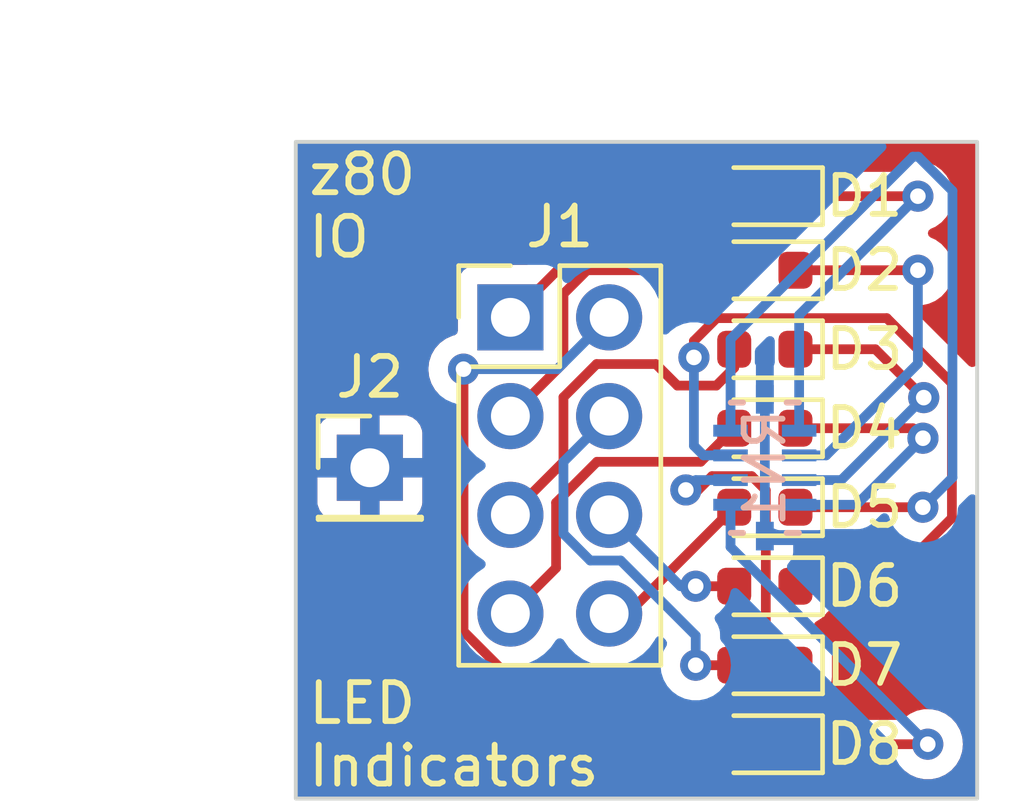
<source format=kicad_pcb>
(kicad_pcb (version 20221018) (generator pcbnew)
  (title_block (title "(z80 Computer IO) LED Indicator") (date "2024-01-02") (rev "1") (company "T. van de Weg"))
  (layers (0 "F.Cu" signal) (31 "B.Cu" signal) (34 "B.Paste" user) (35 "F.Paste" user) (36 "B.SilkS" user "B.Silkscreen") (37 "F.SilkS" user "F.Silkscreen") (38 "B.Mask" user) (39 "F.Mask" user) (44 "Edge.Cuts" user))
  (net 0 "")
  (net 1 "Net-(D1-K)")
  (net 2 "Net-(D1-A)")
  (net 3 "Net-(D2-K)")
  (net 4 "Net-(D2-A)")
  (net 5 "Net-(D3-K)")
  (net 6 "Net-(D3-A)")
  (net 7 "Net-(D4-K)")
  (net 8 "Net-(D4-A)")
  (net 9 "Net-(D5-K)")
  (net 10 "Net-(D5-A)")
  (net 11 "Net-(D6-K)")
  (net 12 "Net-(D6-A)")
  (net 13 "Net-(D7-K)")
  (net 14 "Net-(D7-A)")
  (net 15 "Net-(D8-K)")
  (net 16 "Net-(D8-A)")
  (net 17 "GND")
  (footprint "LED_SMD:LED_0603_1608Metric" (layer "F.Cu") (at 151.13 89.408 180)
    (fp_text reference "D6" (at -1.485 0) (layer "F.SilkS") (effects (justify left)))
    (fp_text value "LED")
    (fp_line (start -1.485 -0.735) (end -1.485 0.735) (stroke (width 0.12)) (layer "F.SilkS"))
    (fp_line (start -1.485 0.735) (end 0.8 0.735) (stroke (width 0.12)) (layer "F.SilkS"))
    (fp_line (start 0.8 -0.735) (end -1.485 -0.735) (stroke (width 0.12)) (layer "F.SilkS"))
    (pad "1" smd roundrect (at -0.7875 0 180) (size 0.875 0.95) (layers "F.Cu" "F.Paste" "F.Mask") (net 11 "Net-(D6-K)"))
    (pad "2" smd roundrect (at 0.7875 0 180) (size 0.875 0.95) (layers "F.Cu" "F.Paste" "F.Mask") (net 12 "Net-(D6-A)"))
  )
  (footprint "LED_SMD:LED_0603_1608Metric" (layer "F.Cu") (at 151.13 93.472 180)
    (fp_text reference "D8" (at -1.485 0) (layer "F.SilkS") (effects (justify left)))
    (fp_text value "LED")
    (fp_line (start -1.485 -0.735) (end -1.485 0.735) (stroke (width 0.12)) (layer "F.SilkS"))
    (fp_line (start -1.485 0.735) (end 0.8 0.735) (stroke (width 0.12)) (layer "F.SilkS"))
    (fp_line (start 0.8 -0.735) (end -1.485 -0.735) (stroke (width 0.12)) (layer "F.SilkS"))
    (pad "1" smd roundrect (at -0.7875 0 180) (size 0.875 0.95) (layers "F.Cu" "F.Paste" "F.Mask") (net 15 "Net-(D8-K)"))
    (pad "2" smd roundrect (at 0.7875 0 180) (size 0.875 0.95) (layers "F.Cu" "F.Paste" "F.Mask") (net 16 "Net-(D8-A)"))
  )
  (footprint "LED_SMD:LED_0603_1608Metric" (layer "F.Cu") (at 151.13 83.312 180)
    (fp_text reference "D3" (at -1.485 0) (layer "F.SilkS") (effects (justify left)))
    (fp_text value "LED")
    (fp_line (start -1.485 -0.735) (end -1.485 0.735) (stroke (width 0.12)) (layer "F.SilkS"))
    (fp_line (start -1.485 0.735) (end 0.8 0.735) (stroke (width 0.12)) (layer "F.SilkS"))
    (fp_line (start 0.8 -0.735) (end -1.485 -0.735) (stroke (width 0.12)) (layer "F.SilkS"))
    (pad "1" smd roundrect (at -0.7875 0 180) (size 0.875 0.95) (layers "F.Cu" "F.Paste" "F.Mask") (net 5 "Net-(D3-K)"))
    (pad "2" smd roundrect (at 0.7875 0 180) (size 0.875 0.95) (layers "F.Cu" "F.Paste" "F.Mask") (net 6 "Net-(D3-A)"))
  )
  (footprint "LED_SMD:LED_0603_1608Metric" (layer "F.Cu") (at 151.13 87.376 180)
    (fp_text reference "D5" (at -1.485 0) (layer "F.SilkS") (effects (justify left)))
    (fp_text value "LED")
    (fp_line (start -1.485 -0.735) (end -1.485 0.735) (stroke (width 0.12)) (layer "F.SilkS"))
    (fp_line (start -1.485 0.735) (end 0.8 0.735) (stroke (width 0.12)) (layer "F.SilkS"))
    (fp_line (start 0.8 -0.735) (end -1.485 -0.735) (stroke (width 0.12)) (layer "F.SilkS"))
    (pad "1" smd roundrect (at -0.7875 0 180) (size 0.875 0.95) (layers "F.Cu" "F.Paste" "F.Mask") (net 9 "Net-(D5-K)"))
    (pad "2" smd roundrect (at 0.7875 0 180) (size 0.875 0.95) (layers "F.Cu" "F.Paste" "F.Mask") (net 10 "Net-(D5-A)"))
  )
  (footprint "LED_SMD:LED_0603_1608Metric" (layer "F.Cu") (at 151.13 81.28 180)
    (fp_text reference "D2" (at -1.485 0) (layer "F.SilkS") (effects (justify left)))
    (fp_text value "LED")
    (fp_line (start -1.485 -0.735) (end -1.485 0.735) (stroke (width 0.12)) (layer "F.SilkS"))
    (fp_line (start -1.485 0.735) (end 0.8 0.735) (stroke (width 0.12)) (layer "F.SilkS"))
    (fp_line (start 0.8 -0.735) (end -1.485 -0.735) (stroke (width 0.12)) (layer "F.SilkS"))
    (pad "1" smd roundrect (at -0.7875 0 180) (size 0.875 0.95) (layers "F.Cu" "F.Paste" "F.Mask") (net 3 "Net-(D2-K)"))
    (pad "2" smd roundrect (at 0.7875 0 180) (size 0.875 0.95) (layers "F.Cu" "F.Paste" "F.Mask") (net 4 "Net-(D2-A)"))
  )
  (footprint "LED_SMD:LED_0603_1608Metric" (layer "F.Cu") (at 151.13 85.344 180)
    (fp_text reference "D4" (at -1.485 0) (layer "F.SilkS") (effects (justify left)))
    (fp_text value "LED")
    (fp_line (start -1.485 -0.735) (end -1.485 0.735) (stroke (width 0.12)) (layer "F.SilkS"))
    (fp_line (start -1.485 0.735) (end 0.8 0.735) (stroke (width 0.12)) (layer "F.SilkS"))
    (fp_line (start 0.8 -0.735) (end -1.485 -0.735) (stroke (width 0.12)) (layer "F.SilkS"))
    (pad "1" smd roundrect (at -0.7875 0 180) (size 0.875 0.95) (layers "F.Cu" "F.Paste" "F.Mask") (net 7 "Net-(D4-K)"))
    (pad "2" smd roundrect (at 0.7875 0 180) (size 0.875 0.95) (layers "F.Cu" "F.Paste" "F.Mask") (net 8 "Net-(D4-A)"))
  )
  (footprint "Connector_PinHeader_2.54mm:PinHeader_2x04_P2.54mm_Vertical" (layer "F.Cu") (at 144.585 82.492)
    (fp_text reference "J1" (at 1.27 -2.33) (layer "F.SilkS"))
    (fp_text value "Conn_02x04_Counter_Clockwise")
    (fp_line (start -1.33 -1.33) (end 0 -1.33) (stroke (width 0.12)) (layer "F.SilkS"))
    (fp_line (start -1.33 0) (end -1.33 -1.33) (stroke (width 0.12)) (layer "F.SilkS"))
    (fp_line (start -1.33 1.27) (end -1.33 8.95) (stroke (width 0.12)) (layer "F.SilkS"))
    (fp_line (start -1.33 1.27) (end 1.27 1.27) (stroke (width 0.12)) (layer "F.SilkS"))
    (fp_line (start -1.33 8.95) (end 3.87 8.95) (stroke (width 0.12)) (layer "F.SilkS"))
    (fp_line (start 1.27 -1.33) (end 3.87 -1.33) (stroke (width 0.12)) (layer "F.SilkS"))
    (fp_line (start 1.27 1.27) (end 1.27 -1.33) (stroke (width 0.12)) (layer "F.SilkS"))
    (fp_line (start 3.87 -1.33) (end 3.87 8.95) (stroke (width 0.12)) (layer "F.SilkS"))
    (pad "1" thru_hole rect (at 0 0) (size 1.7 1.7) (drill 1) (layers "*.Cu" "*.Mask") (net 2 "Net-(D1-A)"))
    (pad "2" thru_hole oval (at 0 2.54) (size 1.7 1.7) (drill 1) (layers "*.Cu" "*.Mask") (net 4 "Net-(D2-A)"))
    (pad "3" thru_hole oval (at 0 5.08) (size 1.7 1.7) (drill 1) (layers "*.Cu" "*.Mask") (net 6 "Net-(D3-A)"))
    (pad "4" thru_hole oval (at 0 7.62) (size 1.7 1.7) (drill 1) (layers "*.Cu" "*.Mask") (net 8 "Net-(D4-A)"))
    (pad "5" thru_hole oval (at 2.54 7.62) (size 1.7 1.7) (drill 1) (layers "*.Cu" "*.Mask") (net 10 "Net-(D5-A)"))
    (pad "6" thru_hole oval (at 2.54 5.08) (size 1.7 1.7) (drill 1) (layers "*.Cu" "*.Mask") (net 12 "Net-(D6-A)"))
    (pad "7" thru_hole oval (at 2.54 2.54) (size 1.7 1.7) (drill 1) (layers "*.Cu" "*.Mask") (net 14 "Net-(D7-A)"))
    (pad "8" thru_hole oval (at 2.54 0) (size 1.7 1.7) (drill 1) (layers "*.Cu" "*.Mask") (net 16 "Net-(D8-A)"))
  )
  (footprint "LED_SMD:LED_0603_1608Metric" (layer "F.Cu") (at 151.13 91.44 180)
    (fp_text reference "D7" (at -1.485 0) (layer "F.SilkS") (effects (justify left)))
    (fp_text value "LED")
    (fp_line (start -1.485 -0.735) (end -1.485 0.735) (stroke (width 0.12)) (layer "F.SilkS"))
    (fp_line (start -1.485 0.735) (end 0.8 0.735) (stroke (width 0.12)) (layer "F.SilkS"))
    (fp_line (start 0.8 -0.735) (end -1.485 -0.735) (stroke (width 0.12)) (layer "F.SilkS"))
    (pad "1" smd roundrect (at -0.7875 0 180) (size 0.875 0.95) (layers "F.Cu" "F.Paste" "F.Mask") (net 13 "Net-(D7-K)"))
    (pad "2" smd roundrect (at 0.7875 0 180) (size 0.875 0.95) (layers "F.Cu" "F.Paste" "F.Mask") (net 14 "Net-(D7-A)"))
  )
  (footprint "Connector_PinHeader_2.54mm:PinHeader_1x01_P2.54mm_Vertical" (layer "F.Cu") (at 140.97 86.36)
    (fp_text reference "J2" (at 0 -2.33) (layer "F.SilkS"))
    (fp_text value "Conn_01x01")
    (fp_line (start -1.33 -1.33) (end 0 -1.33) (stroke (width 0.12)) (layer "F.SilkS"))
    (fp_line (start -1.33 0) (end -1.33 -1.33) (stroke (width 0.12)) (layer "F.SilkS"))
    (fp_line (start -1.33 1.27) (end -1.33 1.33) (stroke (width 0.12)) (layer "F.SilkS"))
    (fp_line (start -1.33 1.27) (end 1.33 1.27) (stroke (width 0.12)) (layer "F.SilkS"))
    (fp_line (start -1.33 1.33) (end 1.33 1.33) (stroke (width 0.12)) (layer "F.SilkS"))
    (fp_line (start 1.33 1.27) (end 1.33 1.33) (stroke (width 0.12)) (layer "F.SilkS"))
    (pad "1" thru_hole rect (at 0 0) (size 1.7 1.7) (drill 1) (layers "*.Cu" "*.Mask") (net 17 "GND"))
  )
  (footprint "LED_SMD:LED_0603_1608Metric" (layer "F.Cu") (at 151.13 79.375 180)
    (fp_text reference "D1" (at -1.485 0) (layer "F.SilkS") (effects (justify left)))
    (fp_text value "LED")
    (fp_line (start -1.485 -0.735) (end -1.485 0.735) (stroke (width 0.12)) (layer "F.SilkS"))
    (fp_line (start -1.485 0.735) (end 0.8 0.735) (stroke (width 0.12)) (layer "F.SilkS"))
    (fp_line (start 0.8 -0.735) (end -1.485 -0.735) (stroke (width 0.12)) (layer "F.SilkS"))
    (pad "1" smd roundrect (at -0.7875 0 180) (size 0.875 0.95) (layers "F.Cu" "F.Paste" "F.Mask") (net 1 "Net-(D1-K)"))
    (pad "2" smd roundrect (at 0.7875 0 180) (size 0.875 0.95) (layers "F.Cu" "F.Paste" "F.Mask") (net 2 "Net-(D1-A)"))
  )
  (footprint "r_network:EXB-D10C103J" (layer "B.Cu") (at 151.13 86.36 -90)
    (fp_text reference "RN1" (at 0 0 90) (layer "B.SilkS") (effects (justify mirror)))
    (fp_text value "R_Network08_Split" hide)
    (fp_line (start -1.6764 -0.56214) (end -1.6764 -0.8763) (stroke (width 0.1524)) (layer "B.SilkS"))
    (fp_line (start -1.6764 0.56214) (end -1.6764 0.8763) (stroke (width 0.1524)) (layer "B.SilkS"))
    (fp_line (start 1.6764 -0.56214) (end 1.6764 -0.8763) (stroke (width 0.1524)) (layer "B.SilkS"))
    (fp_line (start 1.6764 0.56214) (end 1.6764 0.8763) (stroke (width 0.1524)) (layer "B.SilkS"))
    (pad "1" smd rect (at -1.758599 0 270) (size 0.7356 0.4588) (layers "B.Cu" "B.Paste" "B.Mask") (net 17 "GND"))
    (pad "1" smd rect (at 1.758599 0 270) (size 0.7356 0.4588) (layers "B.Cu" "B.Paste" "B.Mask") (net 17 "GND"))
    (pad "2" smd rect (at -0.9525 -0.882299 180) (size 0.888 0.3064) (layers "B.Cu" "B.Paste" "B.Mask") (net 1 "Net-(D1-K)"))
    (pad "3" smd rect (at -0.3175 -0.882299 180) (size 0.888 0.3064) (layers "B.Cu" "B.Paste" "B.Mask") (net 3 "Net-(D2-K)"))
    (pad "4" smd rect (at 0.3175 -0.882299 180) (size 0.888 0.3064) (layers "B.Cu" "B.Paste" "B.Mask") (net 5 "Net-(D3-K)"))
    (pad "5" smd rect (at 0.9525 -0.882299 180) (size 0.888 0.3064) (layers "B.Cu" "B.Paste" "B.Mask") (net 7 "Net-(D4-K)"))
    (pad "6" smd rect (at 0.9525 0.882299 180) (size 0.888 0.3064) (layers "B.Cu" "B.Paste" "B.Mask") (net 15 "Net-(D8-K)"))
    (pad "7" smd rect (at 0.3175 0.882299 180) (size 0.888 0.3064) (layers "B.Cu" "B.Paste" "B.Mask") (net 13 "Net-(D7-K)"))
    (pad "8" smd rect (at -0.3175 0.882299 180) (size 0.888 0.3064) (layers "B.Cu" "B.Paste" "B.Mask") (net 11 "Net-(D6-K)"))
    (pad "9" smd rect (at -0.9525 0.882299 180) (size 0.888 0.3064) (layers "B.Cu" "B.Paste" "B.Mask") (net 9 "Net-(D5-K)"))
  )
  (gr_rect (start 139.065 77.978) (end 156.591 94.869) (stroke (width 0.1)) (fill none) (layer "Edge.Cuts"))
  (gr_text "z80\nIO" (at 139.319 78.232) (layer "F.SilkS") (effects (font (size 1 1)) (justify left top)))
  (gr_text "LED\nIndicators" (at 139.319 94.615) (layer "F.SilkS") (effects (font (size 1 1)) (justify left bottom)))
  (segment (start 151.9175 79.375) (end 155.067 79.375) (width 0.25) (layer "F.Cu") (net 1))
  (via (at 155.067 79.375) (size 0.8) (drill 0.4) (layers "F.Cu" "B.Cu") (net 1))
  (segment (start 152.012299 82.429701) (end 152.012299 85.4075) (width 0.25) (layer "B.Cu") (net 1))
  (segment (start 155.067 79.375) (end 152.012299 82.429701) (width 0.25) (layer "B.Cu") (net 1))
  (segment (start 144.585 82.492) (end 147.702 79.375) (width 0.25) (layer "F.Cu") (net 2))
  (segment (start 147.702 79.375) (end 150.3425 79.375) (width 0.25) (layer "F.Cu") (net 2))
  (segment (start 151.9175 81.28) (end 155.067 81.28) (width 0.25) (layer "F.Cu") (net 3))
  (via (at 155.067 81.28) (size 0.8) (drill 0.4) (layers "F.Cu" "B.Cu") (net 3))
  (segment (start 152.706299 86.0425) (end 152.012299 86.0425) (width 0.25) (layer "B.Cu") (net 3))
  (segment (start 155.067 83.681799) (end 152.706299 86.0425) (width 0.25) (layer "B.Cu") (net 3))
  (segment (start 155.067 81.28) (end 155.067 83.681799) (width 0.25) (layer "B.Cu") (net 3))
  (segment (start 146.558 81.28) (end 150.3425 81.28) (width 0.25) (layer "F.Cu") (net 4))
  (segment (start 145.95 81.888) (end 146.558 81.28) (width 0.25) (layer "F.Cu") (net 4))
  (segment (start 145.95 83.667) (end 145.95 81.888) (width 0.25) (layer "F.Cu") (net 4))
  (segment (start 144.585 85.032) (end 145.95 83.667) (width 0.25) (layer "F.Cu") (net 4))
  (segment (start 151.9175 83.312) (end 153.972701 83.312) (width 0.25) (layer "F.Cu") (net 5))
  (segment (start 153.972701 83.312) (end 155.217049 84.556348) (width 0.25) (layer "F.Cu") (net 5))
  (via (at 155.217049 84.556348) (size 0.8) (drill 0.4) (layers "F.Cu" "B.Cu") (net 5))
  (segment (start 153.095897 86.6775) (end 152.012299 86.6775) (width 0.25) (layer "B.Cu") (net 5))
  (segment (start 155.217049 84.556348) (end 153.095897 86.6775) (width 0.25) (layer "B.Cu") (net 5))
  (segment (start 145.95 86.207) (end 145.95 84.545299) (width 0.25) (layer "F.Cu") (net 6))
  (segment (start 149.88248 84.247019) (end 150.3425 83.786999) (width 0.25) (layer "F.Cu") (net 6))
  (segment (start 146.802299 83.693) (end 148.326501 83.693) (width 0.25) (layer "F.Cu") (net 6))
  (segment (start 150.3425 83.786999) (end 150.3425 83.312) (width 0.25) (layer "F.Cu") (net 6))
  (segment (start 148.88052 84.247019) (end 149.88248 84.247019) (width 0.25) (layer "F.Cu") (net 6))
  (segment (start 144.585 87.572) (end 145.95 86.207) (width 0.25) (layer "F.Cu") (net 6))
  (segment (start 145.95 84.545299) (end 146.802299 83.693) (width 0.25) (layer "F.Cu") (net 6))
  (segment (start 148.326501 83.693) (end 148.88052 84.247019) (width 0.25) (layer "F.Cu") (net 6))
  (segment (start 154.94 85.344) (end 155.196998 85.600998) (width 0.25) (layer "F.Cu") (net 7))
  (segment (start 151.9175 85.344) (end 154.94 85.344) (width 0.25) (layer "F.Cu") (net 7))
  (via (at 155.196998 85.600998) (size 0.8) (drill 0.4) (layers "F.Cu" "B.Cu") (net 7))
  (segment (start 153.485496 87.3125) (end 152.012299 87.3125) (width 0.25) (layer "B.Cu") (net 7))
  (segment (start 155.196998 85.600998) (end 153.485496 87.3125) (width 0.25) (layer "B.Cu") (net 7))
  (segment (start 144.585 90.112) (end 145.76 88.937) (width 0.25) (layer "F.Cu") (net 8))
  (segment (start 146.812 86.207) (end 149.4795 86.207) (width 0.25) (layer "F.Cu") (net 8))
  (segment (start 145.76 88.937) (end 145.76 87.259) (width 0.25) (layer "F.Cu") (net 8))
  (segment (start 149.4795 86.207) (end 150.3425 85.344) (width 0.25) (layer "F.Cu") (net 8))
  (segment (start 145.76 87.259) (end 146.812 86.207) (width 0.25) (layer "F.Cu") (net 8))
  (segment (start 151.9175 87.376) (end 155.194 87.376) (width 0.25) (layer "F.Cu") (net 9))
  (via (at 155.194 87.376) (size 0.8) (drill 0.4) (layers "F.Cu" "B.Cu") (net 9))
  (segment (start 155.076305 78.359) (end 154.94 78.359) (width 0.25) (layer "B.Cu") (net 9))
  (segment (start 155.956 86.614) (end 155.956 79.238695) (width 0.25) (layer "B.Cu") (net 9))
  (segment (start 155.956 79.238695) (end 155.076305 78.359) (width 0.25) (layer "B.Cu") (net 9))
  (segment (start 154.94 78.359) (end 150.247701 83.051299) (width 0.25) (layer "B.Cu") (net 9))
  (segment (start 155.194 87.376) (end 155.956 86.614) (width 0.25) (layer "B.Cu") (net 9))
  (segment (start 150.247701 83.051299) (end 150.247701 85.4075) (width 0.25) (layer "B.Cu") (net 9))
  (segment (start 147.6065 90.112) (end 147.125 90.112) (width 0.25) (layer "F.Cu") (net 10))
  (segment (start 150.3425 87.376) (end 147.6065 90.112) (width 0.25) (layer "F.Cu") (net 10))
  (segment (start 149.305501 83.098959) (end 149.89246 82.512) (width 0.25) (layer "F.Cu") (net 11))
  (segment (start 155.942049 87.653256) (end 154.187305 89.408) (width 0.25) (layer "F.Cu") (net 11))
  (segment (start 154.267 82.512) (end 155.942049 84.187049) (width 0.25) (layer "F.Cu") (net 11))
  (segment (start 155.942049 84.187049) (end 155.942049 87.653256) (width 0.25) (layer "F.Cu") (net 11))
  (segment (start 149.305501 83.522019) (end 149.305501 83.098959) (width 0.25) (layer "F.Cu") (net 11))
  (segment (start 154.187305 89.408) (end 151.9175 89.408) (width 0.25) (layer "F.Cu") (net 11))
  (segment (start 149.89246 82.512) (end 154.267 82.512) (width 0.25) (layer "F.Cu") (net 11))
  (via (at 149.305501 83.522019) (size 0.8) (drill 0.4) (layers "F.Cu" "B.Cu") (net 11))
  (segment (start 149.305501 85.7943) (end 149.305501 83.522019) (width 0.25) (layer "B.Cu") (net 11))
  (segment (start 149.553701 86.0425) (end 149.305501 85.7943) (width 0.25) (layer "B.Cu") (net 11))
  (segment (start 150.247701 86.0425) (end 149.553701 86.0425) (width 0.25) (layer "B.Cu") (net 11))
  (segment (start 150.3425 89.408) (end 149.352 89.408) (width 0.25) (layer "F.Cu") (net 12))
  (via (at 149.352 89.408) (size 0.8) (drill 0.4) (layers "F.Cu" "B.Cu") (net 12))
  (segment (start 148.961 89.408) (end 147.125 87.572) (width 0.25) (layer "B.Cu") (net 12))
  (segment (start 149.352 89.408) (end 148.961 89.408) (width 0.25) (layer "B.Cu") (net 12))
  (segment (start 151.9175 91.44) (end 151.155 90.6775) (width 0.25) (layer "F.Cu") (net 13))
  (segment (start 151.155 90.6775) (end 151.155 86.93846) (width 0.25) (layer "F.Cu") (net 13))
  (segment (start 149.771 86.576) (end 149.4155 86.9315) (width 0.25) (layer "F.Cu") (net 13))
  (segment (start 150.79254 86.576) (end 149.771 86.576) (width 0.25) (layer "F.Cu") (net 13))
  (segment (start 149.4155 86.9315) (end 149.098 86.9315) (width 0.25) (layer "F.Cu") (net 13))
  (segment (start 151.155 86.93846) (end 150.79254 86.576) (width 0.25) (layer "F.Cu") (net 13))
  (via (at 149.098 86.9315) (size 0.8) (drill 0.4) (layers "F.Cu" "B.Cu") (net 13))
  (segment (start 149.098 86.9315) (end 149.352 86.6775) (width 0.25) (layer "B.Cu") (net 13))
  (segment (start 149.352 86.6775) (end 150.247701 86.6775) (width 0.25) (layer "B.Cu") (net 13))
  (segment (start 150.3425 91.44) (end 149.352 91.44) (width 0.25) (layer "F.Cu") (net 14))
  (via (at 149.352 91.44) (size 0.8) (drill 0.4) (layers "F.Cu" "B.Cu") (net 14))
  (segment (start 146.638299 88.747) (end 145.95 88.058701) (width 0.25) (layer "B.Cu") (net 14))
  (segment (start 145.95 88.058701) (end 145.95 86.207) (width 0.25) (layer "B.Cu") (net 14))
  (segment (start 147.421701 88.747) (end 146.638299 88.747) (width 0.25) (layer "B.Cu") (net 14))
  (segment (start 145.95 86.207) (end 147.125 85.032) (width 0.25) (layer "B.Cu") (net 14))
  (segment (start 149.352 90.677299) (end 147.421701 88.747) (width 0.25) (layer "B.Cu") (net 14))
  (segment (start 149.352 91.44) (end 149.352 90.677299) (width 0.25) (layer "B.Cu") (net 14))
  (segment (start 151.9175 93.472) (end 155.321 93.472) (width 0.25) (layer "F.Cu") (net 15))
  (via (at 155.321 93.472) (size 0.8) (drill 0.4) (layers "F.Cu" "B.Cu") (net 15))
  (segment (start 150.247701 88.398701) (end 150.247701 87.3125) (width 0.25) (layer "B.Cu") (net 15))
  (segment (start 155.321 93.472) (end 150.247701 88.398701) (width 0.25) (layer "B.Cu") (net 15))
  (segment (start 143.379514 90.568215) (end 143.379514 83.824734) (width 0.25) (layer "F.Cu") (net 16))
  (segment (start 146.283299 93.472) (end 143.379514 90.568215) (width 0.25) (layer "F.Cu") (net 16))
  (segment (start 150.3425 93.472) (end 146.283299 93.472) (width 0.25) (layer "F.Cu") (net 16))
  (via (at 143.379514 83.824734) (size 0.8) (drill 0.4) (layers "F.Cu" "B.Cu") (net 16))
  (segment (start 145.792266 83.824734) (end 147.125 82.492) (width 0.25) (layer "B.Cu") (net 16))
  (segment (start 143.379514 83.824734) (end 145.792266 83.824734) (width 0.25) (layer "B.Cu") (net 16))
  (segment (start 151.13 84.601401) (end 151.13 88.118599) (width 0.25) (layer "B.Cu") (net 17))
  (zone (net 17) (net_name "GND") (layers "F&B.Cu") (connect_pads (clearance 0.5)) (min_thickness 0.25) (fill yes (thermal_gap 0.5) (thermal_bridge_width 0.5) (island_removal_mode 2) (island_area_min 10))
    (polygon (pts (xy 139.065 77.978) (xy 156.591 77.978) (xy 156.591 94.869) (xy 139.065 94.869)))
  )
)
</source>
